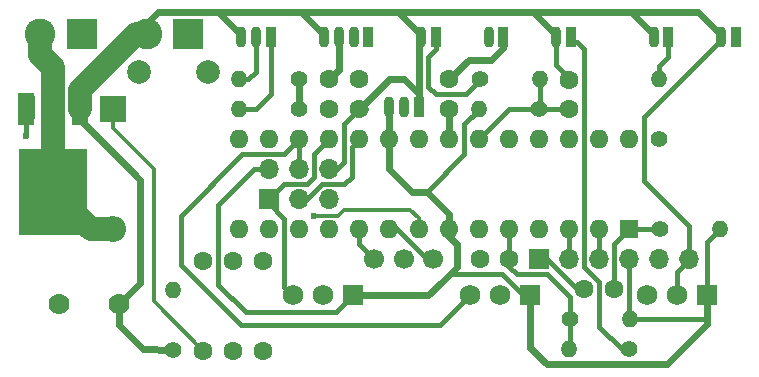
<source format=gbl>
G04 #@! TF.FileFunction,Copper,L2,Bot,Signal*
%FSLAX46Y46*%
G04 Gerber Fmt 4.6, Leading zero omitted, Abs format (unit mm)*
G04 Created by KiCad (PCBNEW 4.0.7) date 08/30/19 18:47:50*
%MOMM*%
%LPD*%
G01*
G04 APERTURE LIST*
%ADD10C,0.100000*%
%ADD11O,0.900000X1.800000*%
%ADD12R,0.900000X1.700000*%
%ADD13R,0.850000X1.700000*%
%ADD14O,0.850000X1.800000*%
%ADD15C,1.600000*%
%ADD16R,2.200000X2.200000*%
%ADD17O,2.200000X2.200000*%
%ADD18C,2.000000*%
%ADD19C,1.778000*%
%ADD20R,1.700000X1.700000*%
%ADD21O,1.700000X1.700000*%
%ADD22C,1.750000*%
%ADD23R,1.750000X1.750000*%
%ADD24R,1.600000X1.600000*%
%ADD25O,1.600000X1.600000*%
%ADD26R,2.600000X2.600000*%
%ADD27C,2.600000*%
%ADD28C,1.700000*%
%ADD29C,1.400000*%
%ADD30O,1.400000X1.400000*%
%ADD31R,1.400000X2.700000*%
%ADD32R,5.800000X7.400000*%
%ADD33C,0.600000*%
%ADD34C,0.406400*%
%ADD35C,0.609600*%
%ADD36C,0.304800*%
%ADD37C,2.032000*%
%ADD38C,0.914400*%
G04 APERTURE END LIST*
D10*
D11*
X150358000Y-92380000D03*
X149088000Y-92380000D03*
D12*
X151628000Y-92380000D03*
D13*
X139055000Y-86500000D03*
D14*
X137805000Y-86500000D03*
X136555000Y-86500000D03*
D13*
X147310000Y-86500000D03*
D14*
X146060000Y-86500000D03*
X144810000Y-86500000D03*
X143560000Y-86500000D03*
D15*
X133350000Y-105410000D03*
X133350000Y-113030000D03*
D16*
X125720000Y-92615000D03*
D17*
X125720000Y-102775000D03*
D18*
X127900000Y-89440000D03*
X133700000Y-89440000D03*
D19*
X126228000Y-109125000D03*
X121148000Y-109125000D03*
D20*
X161788000Y-105315000D03*
D21*
X164328000Y-105315000D03*
X166868000Y-105315000D03*
X169408000Y-105315000D03*
X171948000Y-105315000D03*
X174488000Y-105315000D03*
D22*
X170918000Y-108365000D03*
X173458000Y-108365000D03*
D23*
X175998000Y-108365000D03*
D24*
X169408000Y-102775000D03*
D25*
X136388000Y-95155000D03*
X166868000Y-102775000D03*
X138928000Y-95155000D03*
X164328000Y-102775000D03*
X141468000Y-95155000D03*
X161788000Y-102775000D03*
X144008000Y-95155000D03*
X159248000Y-102775000D03*
X146548000Y-95155000D03*
X156708000Y-102775000D03*
X149088000Y-95155000D03*
X154168000Y-102775000D03*
X151628000Y-95155000D03*
X151628000Y-102775000D03*
X154168000Y-95155000D03*
X149088000Y-102775000D03*
X156708000Y-95155000D03*
X146548000Y-102775000D03*
X159248000Y-95155000D03*
X144008000Y-102775000D03*
X161788000Y-95155000D03*
X141468000Y-102775000D03*
X164328000Y-95155000D03*
X138928000Y-102775000D03*
X166868000Y-95155000D03*
X136388000Y-102775000D03*
X169408000Y-95155000D03*
D26*
X132070000Y-86265000D03*
D27*
X128570000Y-86265000D03*
D26*
X123053000Y-86265000D03*
D27*
X119553000Y-86265000D03*
D28*
X147818000Y-105315000D03*
X150318000Y-105315000D03*
X152818000Y-105315000D03*
D29*
X164368000Y-110395000D03*
D30*
X169448000Y-110395000D03*
D29*
X169368000Y-112935000D03*
D30*
X164288000Y-112935000D03*
D15*
X154168000Y-90075000D03*
X154168000Y-92575000D03*
X146548000Y-90075000D03*
X146548000Y-92575000D03*
X159248000Y-105315000D03*
X156748000Y-105315000D03*
X144008000Y-90075000D03*
X144008000Y-92575000D03*
X165598000Y-107855000D03*
X168098000Y-107855000D03*
D29*
X171988000Y-102775000D03*
D30*
X177068000Y-102775000D03*
D15*
X164328000Y-92615000D03*
X164328000Y-90115000D03*
D29*
X156748000Y-90075000D03*
D30*
X161828000Y-90075000D03*
D29*
X161748000Y-92615000D03*
D30*
X156668000Y-92615000D03*
D22*
X155918000Y-108365000D03*
X158458000Y-108365000D03*
D23*
X160998000Y-108365000D03*
D22*
X140918000Y-108365000D03*
X143458000Y-108365000D03*
D23*
X145998000Y-108365000D03*
D29*
X141428000Y-92615000D03*
D30*
X136348000Y-92615000D03*
D29*
X141428000Y-90075000D03*
D30*
X136348000Y-90075000D03*
D29*
X171948000Y-95115000D03*
D30*
X171948000Y-90035000D03*
D15*
X135890000Y-105410000D03*
X135890000Y-113030000D03*
D29*
X130810000Y-112990000D03*
D30*
X130810000Y-107910000D03*
D20*
X138928000Y-100235000D03*
D21*
X138928000Y-97695000D03*
X141468000Y-100235000D03*
X141468000Y-97695000D03*
X144008000Y-100235000D03*
X144008000Y-97695000D03*
D31*
X118360000Y-92610000D03*
X122920000Y-92610000D03*
D32*
X120640000Y-99592000D03*
D15*
X138430000Y-105410000D03*
X138430000Y-113030000D03*
D13*
X172710000Y-86500000D03*
D14*
X171460000Y-86500000D03*
D13*
X164455000Y-86500000D03*
D14*
X163205000Y-86500000D03*
D13*
X178425000Y-86500000D03*
D14*
X177175000Y-86500000D03*
D13*
X153025000Y-86500000D03*
D14*
X151775000Y-86500000D03*
D13*
X158740000Y-86500000D03*
D14*
X157490000Y-86500000D03*
D33*
X142748000Y-101600000D03*
X118354000Y-94901000D03*
D34*
X169408000Y-102775000D02*
X171988000Y-102775000D01*
X169408000Y-102775000D02*
X168138000Y-104045000D01*
X168138000Y-104045000D02*
X168138000Y-107815000D01*
X168138000Y-107815000D02*
X168098000Y-107855000D01*
D35*
X122920000Y-92610000D02*
X122920000Y-93456000D01*
X122920000Y-93456000D02*
X128016000Y-98552000D01*
X128016000Y-107337000D02*
X126228000Y-109125000D01*
X128016000Y-98552000D02*
X128016000Y-107337000D01*
D36*
X151628000Y-101844000D02*
X151628000Y-102775000D01*
X150876000Y-101092000D02*
X151628000Y-101844000D01*
X145288000Y-101092000D02*
X150876000Y-101092000D01*
X144780000Y-101600000D02*
X145288000Y-101092000D01*
X142748000Y-101600000D02*
X144780000Y-101600000D01*
D35*
X122920000Y-92610000D02*
X122920000Y-93625000D01*
D34*
X177175000Y-86900000D02*
X177028000Y-86900000D01*
X177028000Y-86900000D02*
X170678000Y-93250000D01*
X174488000Y-102521000D02*
X174488000Y-105315000D01*
X170678000Y-98711000D02*
X174488000Y-102521000D01*
X170678000Y-93250000D02*
X170678000Y-98711000D01*
D35*
X151628000Y-91980000D02*
X151628000Y-87047000D01*
X151628000Y-87047000D02*
X151775000Y-86900000D01*
D34*
X164328000Y-90115000D02*
X164328000Y-89948000D01*
X164328000Y-89948000D02*
X163205000Y-88825000D01*
X163205000Y-88825000D02*
X163205000Y-86900000D01*
D35*
X136555000Y-86900000D02*
X136555000Y-86305000D01*
X136555000Y-86305000D02*
X134610000Y-84360000D01*
X143560000Y-86900000D02*
X143560000Y-86325000D01*
X143560000Y-86325000D02*
X141595000Y-84360000D01*
X151775000Y-86900000D02*
X151775000Y-86285000D01*
X151775000Y-86285000D02*
X149850000Y-84360000D01*
X163205000Y-86900000D02*
X163205000Y-86285000D01*
X163205000Y-86285000D02*
X161280000Y-84360000D01*
X171460000Y-86900000D02*
X171460000Y-86285000D01*
X171460000Y-86285000D02*
X169535000Y-84360000D01*
X128570000Y-86265000D02*
X128570000Y-85320000D01*
X128570000Y-85320000D02*
X129530000Y-84360000D01*
X177175000Y-86285000D02*
X177175000Y-86900000D01*
X175250000Y-84360000D02*
X177175000Y-86285000D01*
X129530000Y-84360000D02*
X134610000Y-84360000D01*
X134610000Y-84360000D02*
X141595000Y-84360000D01*
X141595000Y-84360000D02*
X149850000Y-84360000D01*
X149850000Y-84360000D02*
X161280000Y-84360000D01*
X161280000Y-84360000D02*
X169535000Y-84360000D01*
X169535000Y-84360000D02*
X175250000Y-84360000D01*
D37*
X122920000Y-92610000D02*
X122920000Y-90970000D01*
X122920000Y-90970000D02*
X127625000Y-86265000D01*
X127625000Y-86265000D02*
X128570000Y-86265000D01*
D38*
X123052000Y-92742000D02*
X122920000Y-92610000D01*
D35*
X126228000Y-109125000D02*
X126228000Y-110903000D01*
X126228000Y-110903000D02*
X128220000Y-112895000D01*
X128220000Y-112895000D02*
X130810000Y-112990000D01*
X146548000Y-92575000D02*
X146588000Y-92575000D01*
X146588000Y-92575000D02*
X149088000Y-90075000D01*
X150358000Y-90075000D02*
X151628000Y-91345000D01*
X149088000Y-90075000D02*
X150358000Y-90075000D01*
X151628000Y-91345000D02*
X151628000Y-91980000D01*
D34*
X144008000Y-97695000D02*
X144643000Y-97695000D01*
X144643000Y-97695000D02*
X145278000Y-97060000D01*
X145278000Y-97060000D02*
X145278000Y-93845000D01*
X145278000Y-93845000D02*
X146548000Y-92575000D01*
D35*
X151628000Y-91345000D02*
X151628000Y-91980000D01*
X154168000Y-92575000D02*
X154168000Y-95155000D01*
D34*
X173458000Y-108365000D02*
X173458000Y-106345000D01*
X173458000Y-106345000D02*
X174488000Y-105315000D01*
X147143000Y-92575000D02*
X146548000Y-92575000D01*
X161748000Y-92615000D02*
X164328000Y-92615000D01*
X156708000Y-95155000D02*
X159248000Y-92615000D01*
X159248000Y-92615000D02*
X161748000Y-92615000D01*
X161828000Y-90075000D02*
X161828000Y-92535000D01*
X161828000Y-92535000D02*
X161748000Y-92615000D01*
X136348000Y-92615000D02*
X137785000Y-92615000D01*
X137785000Y-92615000D02*
X139055000Y-91345000D01*
X139055000Y-91345000D02*
X139055000Y-86900000D01*
X118354000Y-94901000D02*
X118360000Y-94895000D01*
X118360000Y-94895000D02*
X118360000Y-92610000D01*
X118868000Y-93245000D02*
X118868000Y-91605000D01*
X164368000Y-110395000D02*
X164368000Y-112855000D01*
X164368000Y-112855000D02*
X164288000Y-112935000D01*
X159248000Y-105315000D02*
X159248000Y-105950000D01*
X159248000Y-105950000D02*
X159883000Y-106585000D01*
X164368000Y-108530000D02*
X164368000Y-110395000D01*
X162423000Y-106585000D02*
X164368000Y-108530000D01*
X159883000Y-106585000D02*
X162423000Y-106585000D01*
X159248000Y-102775000D02*
X159248000Y-105315000D01*
X142103000Y-100235000D02*
X143373000Y-98965000D01*
X145913000Y-95790000D02*
X146548000Y-95155000D01*
X145913000Y-98330000D02*
X145913000Y-95790000D01*
X145278000Y-98965000D02*
X145913000Y-98330000D01*
X143373000Y-98965000D02*
X145278000Y-98965000D01*
X138928000Y-100235000D02*
X138928000Y-100574000D01*
X138928000Y-100574000D02*
X140208000Y-101854000D01*
X140208000Y-107655000D02*
X140918000Y-108365000D01*
X140208000Y-101854000D02*
X140208000Y-107655000D01*
D36*
X138928000Y-100235000D02*
X138928000Y-100320000D01*
D34*
X144008000Y-95155000D02*
X142738000Y-96425000D01*
X140198000Y-98965000D02*
X138928000Y-100235000D01*
X142103000Y-98965000D02*
X140198000Y-98965000D01*
X142738000Y-98330000D02*
X142103000Y-98965000D01*
X142738000Y-96425000D02*
X142738000Y-98330000D01*
X138928000Y-97695000D02*
X137636000Y-97695000D01*
X136938000Y-109760000D02*
X139732000Y-109760000D01*
X134620000Y-107442000D02*
X136938000Y-109760000D01*
X134620000Y-100711000D02*
X134620000Y-107442000D01*
X137636000Y-97695000D02*
X134620000Y-100711000D01*
X145998000Y-108365000D02*
X144603000Y-109760000D01*
X140198000Y-109760000D02*
X144603000Y-109760000D01*
X139732000Y-109760000D02*
X140198000Y-109760000D01*
D35*
X144810000Y-86900000D02*
X144810000Y-89273000D01*
X144810000Y-89273000D02*
X144008000Y-90075000D01*
X149088000Y-91980000D02*
X149088000Y-95155000D01*
X141428000Y-90075000D02*
X141428000Y-92615000D01*
D34*
X160998000Y-108365000D02*
X160393000Y-108365000D01*
X160393000Y-108365000D02*
X158613000Y-106585000D01*
X154168000Y-106585000D02*
X153533000Y-107220000D01*
X158613000Y-106585000D02*
X154168000Y-106585000D01*
X141428000Y-92615000D02*
X141428000Y-92655000D01*
X156668000Y-92615000D02*
X156668000Y-92655000D01*
X156668000Y-92655000D02*
X155438000Y-93885000D01*
X155438000Y-93885000D02*
X155438000Y-96425000D01*
X155438000Y-96425000D02*
X152263000Y-99600000D01*
X175998000Y-108365000D02*
X175998000Y-103845000D01*
X175998000Y-103845000D02*
X177068000Y-102775000D01*
D35*
X160998000Y-108365000D02*
X160998000Y-112780000D01*
X175998000Y-110790000D02*
X175998000Y-108365000D01*
X172583000Y-114205000D02*
X175998000Y-110790000D01*
X162423000Y-114205000D02*
X172583000Y-114205000D01*
X160998000Y-112780000D02*
X162423000Y-114205000D01*
D34*
X160998000Y-108365000D02*
X160998000Y-108645000D01*
X175998000Y-108365000D02*
X175998000Y-110155000D01*
X175998000Y-110155000D02*
X175758000Y-110395000D01*
X175758000Y-110395000D02*
X169448000Y-110395000D01*
X169408000Y-105315000D02*
X169408000Y-110355000D01*
X169408000Y-110355000D02*
X169448000Y-110395000D01*
D35*
X154168000Y-102775000D02*
X154168000Y-103410000D01*
X154168000Y-103410000D02*
X154803000Y-104045000D01*
X152388000Y-108365000D02*
X145998000Y-108365000D01*
X154803000Y-105950000D02*
X153533000Y-107220000D01*
X153533000Y-107220000D02*
X152388000Y-108365000D01*
X154803000Y-104045000D02*
X154803000Y-105950000D01*
X149088000Y-95155000D02*
X149088000Y-97695000D01*
X150993000Y-99600000D02*
X152263000Y-99600000D01*
X149088000Y-97695000D02*
X150993000Y-99600000D01*
X152263000Y-99600000D02*
X154168000Y-101505000D01*
X154168000Y-101505000D02*
X154168000Y-102775000D01*
D34*
X149088000Y-102775000D02*
X149723000Y-102775000D01*
X149723000Y-102775000D02*
X152263000Y-105315000D01*
X152263000Y-105315000D02*
X152818000Y-105315000D01*
X146548000Y-102775000D02*
X146548000Y-104045000D01*
X146548000Y-104045000D02*
X147818000Y-105315000D01*
X141468000Y-95155000D02*
X141446000Y-95155000D01*
X141446000Y-95155000D02*
X140208000Y-96393000D01*
X153412000Y-110871000D02*
X155918000Y-108365000D01*
X136525000Y-110871000D02*
X153412000Y-110871000D01*
X131445000Y-105791000D02*
X136525000Y-110871000D01*
X131445000Y-101600000D02*
X131445000Y-105791000D01*
X136652000Y-96393000D02*
X131445000Y-101600000D01*
X140208000Y-96393000D02*
X136652000Y-96393000D01*
X141468000Y-97695000D02*
X141468000Y-97060000D01*
X141468000Y-95155000D02*
X141468000Y-97695000D01*
X166868000Y-105315000D02*
X166868000Y-102775000D01*
X164328000Y-105315000D02*
X164328000Y-102775000D01*
X161788000Y-105315000D02*
X162423000Y-105315000D01*
X162423000Y-105315000D02*
X164963000Y-107855000D01*
X164963000Y-107855000D02*
X165598000Y-107855000D01*
X164455000Y-86900000D02*
X164963000Y-86900000D01*
X165598000Y-105950000D02*
X165598000Y-87535000D01*
X166868000Y-107220000D02*
X165598000Y-105950000D01*
X166868000Y-111030000D02*
X166868000Y-107220000D01*
X166868000Y-111030000D02*
X168773000Y-112935000D01*
X164963000Y-86900000D02*
X165598000Y-87535000D01*
X169368000Y-112935000D02*
X168773000Y-112935000D01*
X156748000Y-90075000D02*
X156748000Y-90162000D01*
X156748000Y-90162000D02*
X155565000Y-91345000D01*
X153025000Y-87535000D02*
X153025000Y-86900000D01*
X152390000Y-88170000D02*
X153025000Y-87535000D01*
X152390000Y-90710000D02*
X152390000Y-88170000D01*
X153025000Y-91345000D02*
X152390000Y-90710000D01*
X155565000Y-91345000D02*
X153025000Y-91345000D01*
X156748000Y-90075000D02*
X156708000Y-90075000D01*
X136348000Y-90075000D02*
X137150000Y-90075000D01*
X137805000Y-89420000D02*
X137805000Y-86900000D01*
X137150000Y-90075000D02*
X137805000Y-89420000D01*
D36*
X125720000Y-92615000D02*
X125720000Y-94224000D01*
X129159000Y-108839000D02*
X133350000Y-113030000D01*
X129159000Y-97663000D02*
X129159000Y-108839000D01*
X125720000Y-94224000D02*
X129159000Y-97663000D01*
D37*
X125720000Y-102775000D02*
X123823000Y-102775000D01*
X123823000Y-102775000D02*
X120640000Y-99592000D01*
X119553000Y-86265000D02*
X119553000Y-87972000D01*
X120640000Y-89059000D02*
X120640000Y-99592000D01*
X119553000Y-87972000D02*
X120640000Y-89059000D01*
D35*
X154168000Y-90075000D02*
X155819000Y-88424000D01*
X158740000Y-87408000D02*
X158740000Y-86900000D01*
X157724000Y-88424000D02*
X158740000Y-87408000D01*
X155819000Y-88424000D02*
X157724000Y-88424000D01*
D34*
X171948000Y-90035000D02*
X171948000Y-88932000D01*
X171948000Y-88932000D02*
X172710000Y-88170000D01*
X172710000Y-88170000D02*
X172710000Y-86900000D01*
M02*

</source>
